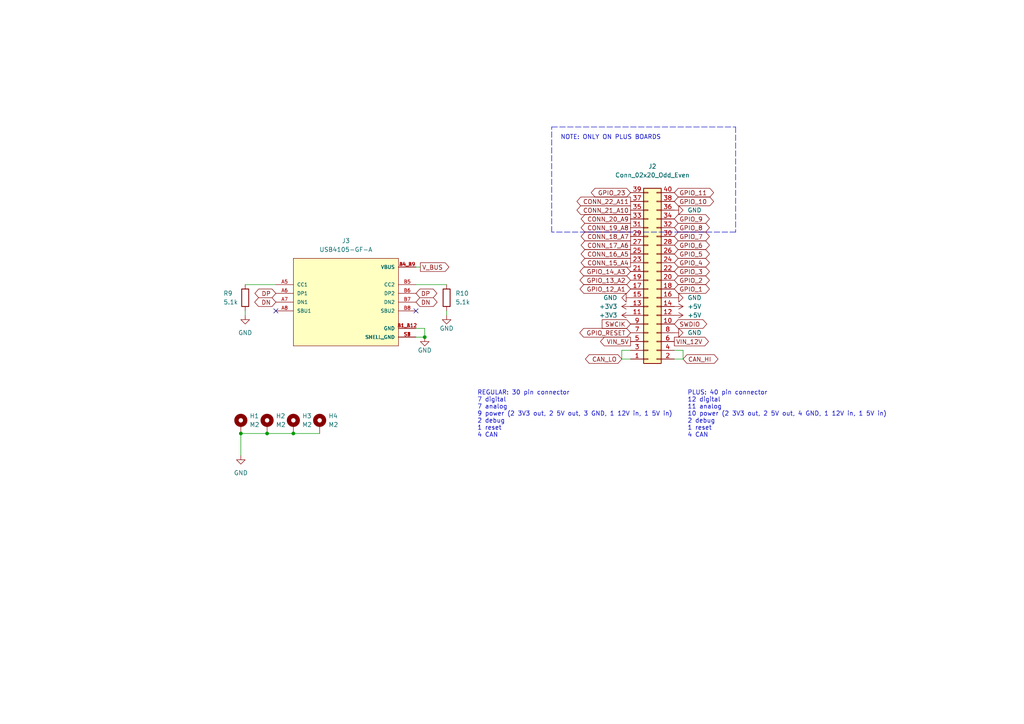
<source format=kicad_sch>
(kicad_sch (version 20211123) (generator eeschema)
  (paper "A4")
  (lib_symbols
    (symbol "Connector_Generic:Conn_02x20_Odd_Even" (pin_names (offset 1.016) hide)
      (property "Reference" "J" (at 1.27 25.4 0))
      (property "Value" "Conn_02x20_Odd_Even" (at 1.27 -27.94 0))
      (symbol "Conn_02x20_Odd_Even_1_1"
        (rectangle (start -1.27 -25.273) (end 0 -25.527) (stroke (width 0.1524)))
        (rectangle (start -1.27 -22.733) (end 0 -22.987) (stroke (width 0.1524)))
        (rectangle (start -1.27 -20.193) (end 0 -20.447) (stroke (width 0.1524)))
        (rectangle (start -1.27 -17.653) (end 0 -17.907) (stroke (width 0.1524)))
        (rectangle (start -1.27 -15.113) (end 0 -15.367) (stroke (width 0.1524)))
        (rectangle (start -1.27 -12.573) (end 0 -12.827) (stroke (width 0.1524)))
        (rectangle (start -1.27 -10.033) (end 0 -10.287) (stroke (width 0.1524)))
        (rectangle (start -1.27 -7.493) (end 0 -7.747) (stroke (width 0.1524)))
        (rectangle (start -1.27 -4.953) (end 0 -5.207) (stroke (width 0.1524)))
        (rectangle (start -1.27 -2.413) (end 0 -2.667) (stroke (width 0.1524)))
        (rectangle (start -1.27 0.127) (end 0 -0.127) (stroke (width 0.1524)))
        (rectangle (start -1.27 2.667) (end 0 2.413) (stroke (width 0.1524)))
        (rectangle (start -1.27 5.207) (end 0 4.953) (stroke (width 0.1524)))
        (rectangle (start -1.27 7.747) (end 0 7.493) (stroke (width 0.1524)))
        (rectangle (start -1.27 10.287) (end 0 10.033) (stroke (width 0.1524)))
        (rectangle (start -1.27 12.827) (end 0 12.573) (stroke (width 0.1524)))
        (rectangle (start -1.27 15.367) (end 0 15.113) (stroke (width 0.1524)))
        (rectangle (start -1.27 17.907) (end 0 17.653) (stroke (width 0.1524)))
        (rectangle (start -1.27 20.447) (end 0 20.193) (stroke (width 0.1524)))
        (rectangle (start -1.27 22.987) (end 0 22.733) (stroke (width 0.1524)))
        (rectangle (start -1.27 24.13) (end 3.81 -26.67) (stroke (width 0.254)) (fill (type background)))
        (rectangle (start 3.81 -25.273) (end 2.54 -25.527) (stroke (width 0.1524)))
        (rectangle (start 3.81 -22.733) (end 2.54 -22.987) (stroke (width 0.1524)))
        (rectangle (start 3.81 -20.193) (end 2.54 -20.447) (stroke (width 0.1524)))
        (rectangle (start 3.81 -17.653) (end 2.54 -17.907) (stroke (width 0.1524)))
        (rectangle (start 3.81 -15.113) (end 2.54 -15.367) (stroke (width 0.1524)))
        (rectangle (start 3.81 -12.573) (end 2.54 -12.827) (stroke (width 0.1524)))
        (rectangle (start 3.81 -10.033) (end 2.54 -10.287) (stroke (width 0.1524)))
        (rectangle (start 3.81 -7.493) (end 2.54 -7.747) (stroke (width 0.1524)))
        (rectangle (start 3.81 -4.953) (end 2.54 -5.207) (stroke (width 0.1524)))
        (rectangle (start 3.81 -2.413) (end 2.54 -2.667) (stroke (width 0.1524)))
        (rectangle (start 3.81 0.127) (end 2.54 -0.127) (stroke (width 0.1524)))
        (rectangle (start 3.81 2.667) (end 2.54 2.413) (stroke (width 0.1524)))
        (rectangle (start 3.81 5.207) (end 2.54 4.953) (stroke (width 0.1524)))
        (rectangle (start 3.81 7.747) (end 2.54 7.493) (stroke (width 0.1524)))
        (rectangle (start 3.81 10.287) (end 2.54 10.033) (stroke (width 0.1524)))
        (rectangle (start 3.81 12.827) (end 2.54 12.573) (stroke (width 0.1524)))
        (rectangle (start 3.81 15.367) (end 2.54 15.113) (stroke (width 0.1524)))
        (rectangle (start 3.81 17.907) (end 2.54 17.653) (stroke (width 0.1524)))
        (rectangle (start 3.81 20.447) (end 2.54 20.193) (stroke (width 0.1524)))
        (rectangle (start 3.81 22.987) (end 2.54 22.733) (stroke (width 0.1524)))
        (pin passive line (at -5.08 22.86 0) (length 3.81) (name "Pin_1") (number "1"))
        (pin passive line (at 7.62 12.7 180) (length 3.81) (name "Pin_10") (number "10"))
        (pin passive line (at -5.08 10.16 0) (length 3.81) (name "Pin_11") (number "11"))
        (pin passive line (at 7.62 10.16 180) (length 3.81) (name "Pin_12") (number "12"))
        (pin passive line (at -5.08 7.62 0) (length 3.81) (name "Pin_13") (number "13"))
        (pin passive line (at 7.62 7.62 180) (length 3.81) (name "Pin_14") (number "14"))
        (pin passive line (at -5.08 5.08 0) (length 3.81) (name "Pin_15") (number "15"))
        (pin passive line (at 7.62 5.08 180) (length 3.81) (name "Pin_16") (number "16"))
        (pin passive line (at -5.08 2.54 0) (length 3.81) (name "Pin_17") (number "17"))
        (pin passive line (at 7.62 2.54 180) (length 3.81) (name "Pin_18") (number "18"))
        (pin passive line (at -5.08 0 0) (length 3.81) (name "Pin_19") (number "19"))
        (pin passive line (at 7.62 22.86 180) (length 3.81) (name "Pin_2") (number "2"))
        (pin passive line (at 7.62 0 180) (length 3.81) (name "Pin_20") (number "20"))
        (pin passive line (at -5.08 -2.54 0) (length 3.81) (name "Pin_21") (number "21"))
        (pin passive line (at 7.62 -2.54 180) (length 3.81) (name "Pin_22") (number "22"))
        (pin passive line (at -5.08 -5.08 0) (length 3.81) (name "Pin_23") (number "23"))
        (pin passive line (at 7.62 -5.08 180) (length 3.81) (name "Pin_24") (number "24"))
        (pin passive line (at -5.08 -7.62 0) (length 3.81) (name "Pin_25") (number "25"))
        (pin passive line (at 7.62 -7.62 180) (length 3.81) (name "Pin_26") (number "26"))
        (pin passive line (at -5.08 -10.16 0) (length 3.81) (name "Pin_27") (number "27"))
        (pin passive line (at 7.62 -10.16 180) (length 3.81) (name "Pin_28") (number "28"))
        (pin passive line (at -5.08 -12.7 0) (length 3.81) (name "Pin_29") (number "29"))
        (pin passive line (at -5.08 20.32 0) (length 3.81) (name "Pin_3") (number "3"))
        (pin passive line (at 7.62 -12.7 180) (length 3.81) (name "Pin_30") (number "30"))
        (pin passive line (at -5.08 -15.24 0) (length 3.81) (name "Pin_31") (number "31"))
        (pin passive line (at 7.62 -15.24 180) (length 3.81) (name "Pin_32") (number "32"))
        (pin passive line (at -5.08 -17.78 0) (length 3.81) (name "Pin_33") (number "33"))
        (pin passive line (at 7.62 -17.78 180) (length 3.81) (name "Pin_34") (number "34"))
        (pin passive line (at -5.08 -20.32 0) (length 3.81) (name "Pin_35") (number "35"))
        (pin passive line (at 7.62 -20.32 180) (length 3.81) (name "Pin_36") (number "36"))
        (pin passive line (at -5.08 -22.86 0) (length 3.81) (name "Pin_37") (number "37"))
        (pin passive line (at 7.62 -22.86 180) (length 3.81) (name "Pin_38") (number "38"))
        (pin passive line (at -5.08 -25.4 0) (length 3.81) (name "Pin_39") (number "39"))
        (pin passive line (at 7.62 20.32 180) (length 3.81) (name "Pin_4") (number "4"))
        (pin passive line (at 7.62 -25.4 180) (length 3.81) (name "Pin_40") (number "40"))
        (pin passive line (at -5.08 17.78 0) (length 3.81) (name "Pin_5") (number "5"))
        (pin passive line (at 7.62 17.78 180) (length 3.81) (name "Pin_6") (number "6"))
        (pin passive line (at -5.08 15.24 0) (length 3.81) (name "Pin_7") (number "7"))
        (pin passive line (at 7.62 15.24 180) (length 3.81) (name "Pin_8") (number "8"))
        (pin passive line (at -5.08 12.7 0) (length 3.81) (name "Pin_9") (number "9"))
      )
    )
    (symbol "Device:R" (pin_numbers hide) (pin_names (offset 0))
      (property "Reference" "R" (at 2.032 0 90))
      (property "Value" "R" (at 0 0 90))
      (symbol "R_0_1"
        (rectangle (start -1.016 -2.54) (end 1.016 2.54) (stroke (width 0.254)))
      )
      (symbol "R_1_1"
        (pin passive line (at 0 3.81 270) (length 1.27) (name "~") (number "1"))
        (pin passive line (at 0 -3.81 90) (length 1.27) (name "~") (number "2"))
      )
    )
    (symbol "Mechanical:MountingHole_Pad" (pin_numbers hide) (pin_names (offset 1.016) hide)
      (property "Reference" "H" (at 0 6.35 0))
      (property "Value" "MountingHole_Pad" (at 0 4.445 0))
      (symbol "MountingHole_Pad_0_1"
        (circle (center 0 1.27) (radius 1.27) (stroke (width 1.27)))
      )
      (symbol "MountingHole_Pad_1_1"
        (pin input line (at 0 -2.54 90) (length 2.54) (name "1") (number "1"))
      )
    )
    (symbol "personal:USB4105-GF-A" (pin_names (offset 1.016))
      (property "Reference" "J" (at -15.24 13.97 0))
      (property "Value" "USB4105-GF-A" (at -15.24 -15.24 0))
      (symbol "USB4105-GF-A_0_0"
        (rectangle (start -15.24 -12.7) (end 15.24 12.7) (fill (type background)))
        (pin power_in line (at 20.32 -7.62 180) (length 5.08) (name "GND") (number "A1_B12"))
        (pin power_in line (at 20.32 10.16 180) (length 5.08) (name "VBUS") (number "A4_B9"))
        (pin bidirectional line (at -20.32 5.08 0) (length 5.08) (name "CC1") (number "A5"))
        (pin bidirectional line (at -20.32 2.54 0) (length 5.08) (name "DP1") (number "A6"))
        (pin bidirectional line (at -20.32 0 0) (length 5.08) (name "DN1") (number "A7"))
        (pin bidirectional line (at -20.32 -2.54 0) (length 5.08) (name "SBU1") (number "A8"))
        (pin power_in line (at 20.32 -7.62 180) (length 5.08) (name "GND") (number "B1_A12"))
        (pin power_in line (at 20.32 10.16 180) (length 5.08) (name "VBUS") (number "B4_A9"))
        (pin bidirectional line (at 20.32 5.08 180) (length 5.08) (name "CC2") (number "B5"))
        (pin bidirectional line (at 20.32 2.54 180) (length 5.08) (name "DP2") (number "B6"))
        (pin bidirectional line (at 20.32 0 180) (length 5.08) (name "DN2") (number "B7"))
        (pin bidirectional line (at 20.32 -2.54 180) (length 5.08) (name "SBU2") (number "B8"))
        (pin power_in line (at 20.32 -10.16 180) (length 5.08) (name "SHELL_GND") (number "S1"))
        (pin power_in line (at 20.32 -10.16 180) (length 5.08) (name "SHELL_GND") (number "S2"))
        (pin power_in line (at 20.32 -10.16 180) (length 5.08) (name "SHELL_GND") (number "S3"))
        (pin power_in line (at 20.32 -10.16 180) (length 5.08) (name "SHELL_GND") (number "S4"))
      )
    )
    (symbol "power:+3V3" (power) (pin_names (offset 0))
      (property "Value" "+3V3" (at 0 3.556 0))
      (symbol "+3V3_0_1"
        (polyline (pts (xy -0.762 1.27) (xy 0 2.54)))
        (polyline (pts (xy 0 0) (xy 0 2.54)))
        (polyline (pts (xy 0 2.54) (xy 0.762 1.27)))
      )
      (symbol "+3V3_1_1"
        (pin power_in line (at 0 0 90) (length 0) hide (name "+3V3") (number "1"))
      )
    )
    (symbol "power:+5V" (power) (pin_names (offset 0))
      (property "Value" "+5V" (at 0 3.556 0))
      (symbol "+5V_0_1"
        (polyline (pts (xy -0.762 1.27) (xy 0 2.54)))
        (polyline (pts (xy 0 0) (xy 0 2.54)))
        (polyline (pts (xy 0 2.54) (xy 0.762 1.27)))
      )
      (symbol "+5V_1_1"
        (pin power_in line (at 0 0 90) (length 0) hide (name "+5V") (number "1"))
      )
    )
    (symbol "power:GND" (power) (pin_names (offset 0))
      (property "Value" "GND" (at 0 -3.81 0))
      (symbol "GND_0_1"
        (polyline (pts (xy 0 0) (xy 0 -1.27) (xy 1.27 -1.27) (xy 0 -2.54) (xy -1.27 -1.27) (xy 0 -1.27)))
      )
      (symbol "GND_1_1"
        (pin power_in line (at 0 0 270) (length 0) hide (name "GND") (number "1"))
      )
    )
  )
  (junction (at 77.47 125.73))
  (junction (at 85.09 125.73))
  (junction (at 69.85 125.73))
  (junction (at 123.19 97.79))
  (no_connect (at 120.65 90.17))
  (no_connect (at 80.01 90.17))
  (wire (pts (xy 180.34 101.6) (xy 182.88 101.6)))
  (polyline (pts (xy 213.36 36.83) (xy 213.36 67.31)))
  (wire (pts (xy 198.12 104.14) (xy 195.58 104.14)))
  (wire (pts (xy 71.12 82.55) (xy 80.01 82.55)))
  (wire (pts (xy 120.65 82.55) (xy 129.54 82.55)))
  (wire (pts (xy 121.92 77.47) (xy 120.65 77.47)))
  (wire (pts (xy 123.19 95.25) (xy 123.19 97.79)))
  (wire (pts (xy 180.34 104.14) (xy 180.34 101.6)))
  (polyline (pts (xy 160.02 36.83) (xy 213.36 36.83)))
  (wire (pts (xy 129.54 91.44) (xy 129.54 90.17)))
  (wire (pts (xy 198.12 101.6) (xy 195.58 101.6)))
  (wire (pts (xy 71.12 90.17) (xy 71.12 91.44)))
  (wire (pts (xy 85.09 125.73) (xy 92.71 125.73)))
  (wire (pts (xy 180.34 104.14) (xy 182.88 104.14)))
  (wire (pts (xy 120.65 97.79) (xy 123.19 97.79)))
  (wire (pts (xy 77.47 125.73) (xy 85.09 125.73)))
  (polyline (pts (xy 213.36 67.31) (xy 160.02 67.31)))
  (wire (pts (xy 69.85 125.73) (xy 77.47 125.73)))
  (wire (pts (xy 198.12 104.14) (xy 198.12 101.6)))
  (polyline (pts (xy 160.02 67.31) (xy 160.02 36.83)))
  (wire (pts (xy 69.85 125.73) (xy 69.85 132.08)))
  (wire (pts (xy 120.65 95.25) (xy 123.19 95.25)))
  (text "REGULAR: 30 pin connector \n7 digital\n7 analog\n9 power (2 3V3 out, 2 5V out, 3 GND, 1 12V in, 1 5V in)\n2 debug\n1 reset\n4 CAN" (at 138.43 127 0) (effects (font (size 1.27 1.27)) (justify left bottom)))
  (text "NOTE: ONLY ON PLUS BOARDS" (at 162.56 40.64 0) (effects (font (size 1.27 1.27)) (justify left bottom)))
  (text "PLUS: 40 pin connector \n12 digital\n11 analog\n10 power (2 3V3 out, 2 5V out, 4 GND, 1 12V in, 1 5V in)\n2 debug\n1 reset\n4 CAN" (at 199.39 127 0) (effects (font (size 1.27 1.27)) (justify left bottom)))
  (global_label "SWDIO" (shape bidirectional) (at 195.58 93.98 0) (property "Intersheet References" "${INTERSHEET_REFS}" (effects hide)))
  (global_label "GPIO_2" (shape bidirectional) (at 195.58 81.28 0) (property "Intersheet References" "${INTERSHEET_REFS}" (effects hide)))
  (global_label "VIN_12V" (shape output) (at 195.58 99.06 0) (property "Intersheet References" "${INTERSHEET_REFS}" (effects hide)))
  (global_label "CONN_18_A7" (shape output) (at 182.88 68.58 180) (property "Intersheet References" "${INTERSHEET_REFS}" (effects hide)))
  (global_label "DP" (shape bidirectional) (at 120.65 85.09 0) (property "Intersheet References" "${INTERSHEET_REFS}" (effects hide)))
  (global_label "GPIO_8" (shape bidirectional) (at 195.58 66.04 0) (property "Intersheet References" "${INTERSHEET_REFS}" (effects hide)))
  (global_label "SWCIK" (shape input) (at 182.88 93.98 180) (property "Intersheet References" "${INTERSHEET_REFS}" (effects hide)))
  (global_label "CONN_15_A4" (shape output) (at 182.88 76.2 180) (property "Intersheet References" "${INTERSHEET_REFS}" (effects hide)))
  (global_label "GPIO_4" (shape bidirectional) (at 195.58 76.2 0) (property "Intersheet References" "${INTERSHEET_REFS}" (effects hide)))
  (global_label "CONN_20_A9" (shape output) (at 182.88 63.5 180) (property "Intersheet References" "${INTERSHEET_REFS}" (effects hide)))
  (global_label "GPIO_13_A2" (shape bidirectional) (at 182.88 81.28 180) (property "Intersheet References" "${INTERSHEET_REFS}" (effects hide)))
  (global_label "DN" (shape bidirectional) (at 120.65 87.63 0) (property "Intersheet References" "${INTERSHEET_REFS}" (effects hide)))
  (global_label "GPIO_14_A3" (shape bidirectional) (at 182.88 78.74 180) (property "Intersheet References" "${INTERSHEET_REFS}" (effects hide)))
  (global_label "GPIO_3" (shape bidirectional) (at 195.58 78.74 0) (property "Intersheet References" "${INTERSHEET_REFS}" (effects hide)))
  (global_label "GPIO_10" (shape bidirectional) (at 195.58 58.42 0) (property "Intersheet References" "${INTERSHEET_REFS}" (effects hide)))
  (global_label "V_BUS" (shape output) (at 121.92 77.47 0) (property "Intersheet References" "${INTERSHEET_REFS}" (effects hide)))
  (global_label "CONN_19_A8" (shape output) (at 182.88 66.04 180) (property "Intersheet References" "${INTERSHEET_REFS}" (effects hide)))
  (global_label "DP" (shape bidirectional) (at 80.01 85.09 180) (property "Intersheet References" "${INTERSHEET_REFS}" (effects hide)))
  (global_label "GPIO_6" (shape bidirectional) (at 195.58 71.12 0) (property "Intersheet References" "${INTERSHEET_REFS}" (effects hide)))
  (global_label "GPIO_1" (shape bidirectional) (at 195.58 83.82 0) (property "Intersheet References" "${INTERSHEET_REFS}" (effects hide)))
  (global_label "CONN_21_A10" (shape output) (at 182.88 60.96 180) (property "Intersheet References" "${INTERSHEET_REFS}" (effects hide)))
  (global_label "CONN_17_A6" (shape output) (at 182.88 71.12 180) (property "Intersheet References" "${INTERSHEET_REFS}" (effects hide)))
  (global_label "VIN_5V" (shape output) (at 182.88 99.06 180) (property "Intersheet References" "${INTERSHEET_REFS}" (effects hide)))
  (global_label "CONN_16_A5" (shape output) (at 182.88 73.66 180) (property "Intersheet References" "${INTERSHEET_REFS}" (effects hide)))
  (global_label "CONN_22_A11" (shape output) (at 182.88 58.42 180) (property "Intersheet References" "${INTERSHEET_REFS}" (effects hide)))
  (global_label "GPIO_11" (shape bidirectional) (at 195.58 55.88 0) (property "Intersheet References" "${INTERSHEET_REFS}" (effects hide)))
  (global_label "GPIO_RESET" (shape tri_state) (at 182.88 96.52 180) (property "Intersheet References" "${INTERSHEET_REFS}" (effects hide)))
  (global_label "DN" (shape bidirectional) (at 80.01 87.63 180) (property "Intersheet References" "${INTERSHEET_REFS}" (effects hide)))
  (global_label "GPIO_9" (shape bidirectional) (at 195.58 63.5 0) (property "Intersheet References" "${INTERSHEET_REFS}" (effects hide)))
  (global_label "GPIO_12_A1" (shape bidirectional) (at 182.88 83.82 180) (property "Intersheet References" "${INTERSHEET_REFS}" (effects hide)))
  (global_label "GPIO_23" (shape bidirectional) (at 182.88 55.88 180) (property "Intersheet References" "${INTERSHEET_REFS}" (effects hide)))
  (global_label "GPIO_7" (shape bidirectional) (at 195.58 68.58 0) (property "Intersheet References" "${INTERSHEET_REFS}" (effects hide)))
  (global_label "CAN_HI" (shape bidirectional) (at 198.12 104.14 0) (property "Intersheet References" "${INTERSHEET_REFS}" (effects hide)))
  (global_label "CAN_LO" (shape bidirectional) (at 180.34 104.14 180) (property "Intersheet References" "${INTERSHEET_REFS}" (effects hide)))
  (global_label "GPIO_5" (shape bidirectional) (at 195.58 73.66 0) (property "Intersheet References" "${INTERSHEET_REFS}" (effects hide)))
  (symbol (lib_id "power:+5V") (at 195.58 91.44 270) (unit 1)
    (property "Reference" "#PWR064" (effects hide))
    (property "Value" "+5V" (at 199.39 91.4399 90) (effects (justify left)))
  )
  (symbol (lib_id "Mechanical:MountingHole_Pad") (at 92.71 123.19 0) (unit 1)
    (property "Reference" "H4" (at 95.25 120.6499 0) (effects (justify left)))
    (property "Value" "M2" (at 95.25 123.1899 0) (effects (justify left)))
    (property "Footprint" "MountingHole:MountingHole_2.2mm_M2_Pad_TopBottom" (effects hide))
  )
  (symbol (lib_id "power:GND") (at 71.12 91.44 0) (unit 1)
    (property "Reference" "#PWR061" (effects hide))
    (property "Value" "GND" (at 71.12 96.52 0))
  )
  (symbol (lib_id "power:+5V") (at 195.58 88.9 270) (unit 1)
    (property "Reference" "#PWR060" (effects hide))
    (property "Value" "+5V" (at 199.39 88.8999 90) (effects (justify left)))
  )
  (symbol (lib_id "power:GND") (at 182.88 86.36 270) (unit 1)
    (property "Reference" "#PWR057" (effects hide))
    (property "Value" "GND" (at 179.07 86.3601 90) (effects (justify right)))
  )
  (symbol (lib_id "power:GND") (at 195.58 86.36 90) (unit 1)
    (property "Reference" "#PWR058" (effects hide))
    (property "Value" "GND" (at 199.39 86.3599 90) (effects (justify right)))
  )
  (symbol (lib_id "Device:R") (at 129.54 86.36 180) (unit 1)
    (property "Reference" "R10" (at 132.08 85.0899 0) (effects (justify right)))
    (property "Value" "5.1k" (at 132.08 87.63 0) (effects (justify right)))
    (property "Footprint" "personal:R_0402_1005Metric" (effects hide))
  )
  (symbol (lib_id "Connector_Generic:Conn_02x20_Odd_Even") (at 187.96 81.28 0) (mirror x) (unit 1)
    (property "Reference" "J2" (at 189.23 48.26 0))
    (property "Value" "Conn_02x20_Odd_Even" (at 189.23 50.8 0))
    (property "Footprint" "Connector_JST:JST_PHD_B24B-PHDSS_2x12_P2.00mm_Vertical" (effects hide))
  )
  (symbol (lib_id "power:GND") (at 123.19 97.79 0) (unit 1)
    (property "Reference" "#PWR066" (effects hide))
    (property "Value" "GND" (at 123.19 101.6 0))
  )
  (symbol (lib_id "Device:R") (at 71.12 86.36 0) (unit 1)
    (property "Reference" "R9" (at 64.77 85.09 0) (effects (justify left)))
    (property "Value" "5.1k" (at 64.77 87.63 0) (effects (justify left)))
    (property "Footprint" "personal:R_0402_1005Metric" (effects hide))
  )
  (symbol (lib_id "power:GND") (at 69.85 132.08 0) (unit 1)
    (property "Reference" "#PWR067" (effects hide))
    (property "Value" "GND" (at 69.85 137.16 0))
  )
  (symbol (lib_id "power:GND") (at 195.58 96.52 90) (unit 1)
    (property "Reference" "#PWR065" (effects hide))
    (property "Value" "GND" (at 199.39 96.5199 90) (effects (justify right)))
  )
  (symbol (lib_id "Mechanical:MountingHole_Pad") (at 69.85 123.19 0) (unit 1)
    (property "Reference" "H1" (at 72.39 120.6499 0) (effects (justify left)))
    (property "Value" "M2" (at 72.39 123.1899 0) (effects (justify left)))
    (property "Footprint" "MountingHole:MountingHole_2.2mm_M2_Pad_TopBottom" (effects hide))
  )
  (symbol (lib_id "power:+3V3") (at 182.88 88.9 90) (unit 1)
    (property "Reference" "#PWR059" (effects hide))
    (property "Value" "+3V3" (at 179.07 88.8999 90) (effects (justify left)))
  )
  (symbol (lib_id "power:GND") (at 195.58 60.96 90) (unit 1)
    (property "Reference" "#PWR056" (effects hide))
    (property "Value" "GND" (at 199.39 60.9599 90) (effects (justify right)))
  )
  (symbol (lib_id "Mechanical:MountingHole_Pad") (at 85.09 123.19 0) (unit 1)
    (property "Reference" "H3" (at 87.63 120.6499 0) (effects (justify left)))
    (property "Value" "M2" (at 87.63 123.1899 0) (effects (justify left)))
    (property "Footprint" "MountingHole:MountingHole_2.2mm_M2_Pad_TopBottom" (effects hide))
  )
  (symbol (lib_id "power:GND") (at 129.54 91.44 0) (unit 1)
    (property "Reference" "#PWR062" (effects hide))
    (property "Value" "GND" (at 129.54 95.25 0))
  )
  (symbol (lib_id "power:+3V3") (at 182.88 91.44 90) (unit 1)
    (property "Reference" "#PWR063" (effects hide))
    (property "Value" "+3V3" (at 179.07 91.4399 90) (effects (justify left)))
  )
  (symbol (lib_id "personal:USB4105-GF-A") (at 100.33 87.63 0) (unit 1)
    (property "Reference" "J3" (at 100.33 69.85 0))
    (property "Value" "USB4105-GF-A" (at 100.33 72.39 0))
    (property "Footprint" "personal:GCT_USB4105-GF-A" (effects hide))
    (property "Datasheet" "https://gct.co/files/drawings/usb4105.pdf" (effects hide))
    (property "MAXIMUM_PACKAGE_HEIGHT" "3.31 mm" (effects hide))
    (property "MANUFACTURER" "GCT" (effects hide))
    (property "PARTREV" "A3" (effects hide))
    (property "STANDARD" "Manufacturer Recommendations" (effects hide))
  )
  (symbol (lib_id "Mechanical:MountingHole_Pad") (at 77.47 123.19 0) (unit 1)
    (property "Reference" "H2" (at 80.01 120.6499 0) (effects (justify left)))
    (property "Value" "M2" (at 80.01 123.1899 0) (effects (justify left)))
    (property "Footprint" "MountingHole:MountingHole_2.2mm_M2_Pad_TopBottom" (effects hide))
  )
)
</source>
